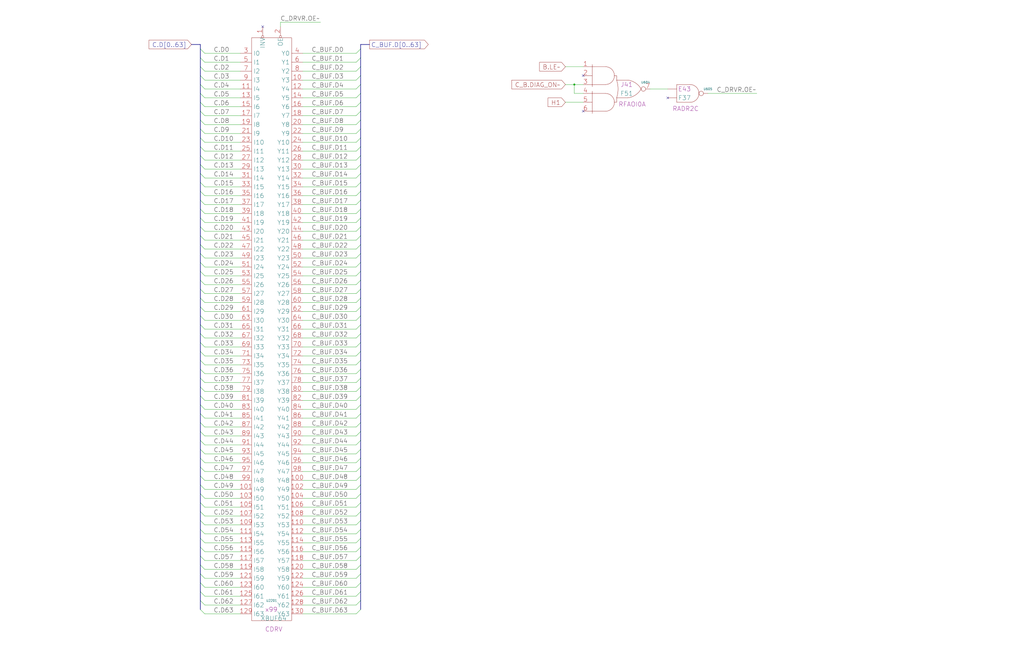
<source format=kicad_sch>
(kicad_sch (version 20230121) (generator eeschema)
  (paper "User" 584.2 378.46)
  (title_block (title "C BUS DRIVER") (date "15-MAR-90") (rev "1.0") (comment 1 "TYPE") (comment 2 "232-003062") (comment 3 "S400") (comment 4 "RELEASED"))
  (lib_symbols
    (symbol "r1000:F37" (pin_numbers hide) (pin_names (offset 0) hide)
      (property "Reference" "U" (at 15.24 0 0))
      (property "Value" "F37" (at 1.905 -5.08 0))
      (property "Location" "___" (at 1.905 0 0))
      (property "Name" "______" (at 2.54 -12.7 0))
      (symbol "F37_0_1"
        (polyline (pts (xy -2.54 -7.62) (xy 5.08 -7.62)) (stroke (width 0.1524)))
        (polyline (pts (xy -2.54 2.54) (xy -2.54 -7.62)) (stroke (width 0.1524)))
        (polyline (pts (xy -2.54 2.54) (xy 5.08 2.54)) (stroke (width 0.1524)))
        (arc (start 5.08 -7.62) (mid 10.1282 -2.54) (end 5.08 2.54) (stroke (width 0.1524)))
        (circle (center 11.43 -2.54) (radius 1.27) (stroke (width 0.1524)))
      )
      (symbol "F37_0_2"
        (circle (center -3.81 -5.08) (radius 1.27) (stroke (width 0.1524)))
        (circle (center -3.81 0) (radius 1.27) (stroke (width 0.1524)))
        (arc (start -3.175 -7.62) (mid -2.134 -2.54) (end -3.175 2.54) (stroke (width 0.1524)))
        (polyline (pts (xy -3.175 -7.62) (xy 3.81 -7.62)) (stroke (width 0.1524)))
        (polyline (pts (xy -3.175 2.54) (xy 3.81 2.54)) (stroke (width 0.1524)))
        (arc (start 3.81 -7.62) (mid 7.5855 -5.8306) (end 10.16 -2.54) (stroke (width 0.1524)))
        (arc (start 10.16 -2.54) (mid 7.5827 0.7471) (end 3.81 2.54) (stroke (width 0.1524)))
      )
      (symbol "F37_1_1"
        (pin input line (at -7.62 0 0) (length 5.08) (name "D0") (number "1"))
        (pin input line (at -7.62 -5.08 0) (length 5.08) (name "D1") (number "2"))
        (pin output line (at 15.24 -2.54 180) (length 2.54) (name "Q") (number "3"))
      )
      (symbol "F37_1_2"
        (pin input line (at -7.62 0 0) (length 2.54) (name "D0") (number "1"))
        (pin input line (at -7.62 -5.08 0) (length 2.54) (name "D1") (number "2"))
        (pin output line (at 15.24 -2.54 180) (length 5.08) (name "Q") (number "3"))
      )
    )
    (symbol "r1000:F51" (pin_names hide)
      (property "Reference" "U" (at 12.7 1.27 0))
      (property "Value" "F51" (at 1.905 -5.08 0))
      (property "Location" "___" (at 1.905 0 0))
      (property "Name" "______" (at 5.08 -12.7 0))
      (symbol "F51_0_0"
        (arc (start -10.16 -15.24) (mid -6.5679 -13.7521) (end -5.08 -10.16) (stroke (width 0.1524)))
        (arc (start -10.16 0) (mid -6.5679 1.4879) (end -5.08 5.08) (stroke (width 0.1524)))
        (arc (start -5.08 -10.16) (mid -6.5679 -6.5679) (end -10.16 -5.08) (stroke (width 0.1524)))
        (arc (start -5.08 5.08) (mid -6.5679 8.6721) (end -10.16 10.16) (stroke (width 0.1524)))
        (arc (start -3.8173 -7.62) (mid -2.9926 -2.54) (end -3.8173 2.54) (stroke (width 0.1524)))
        (polyline (pts (xy -20.32 -15.24) (xy -17.78 -15.24)) (stroke (width 0.1524)))
        (polyline (pts (xy -20.32 -10.16) (xy -17.78 -10.16)) (stroke (width 0.1524)))
        (polyline (pts (xy -20.32 -5.08) (xy -17.78 -5.08)) (stroke (width 0.1524)))
        (polyline (pts (xy -20.32 0) (xy -17.78 0)) (stroke (width 0.1524)))
        (polyline (pts (xy -20.32 5.08) (xy -17.78 5.08)) (stroke (width 0.1524)))
        (polyline (pts (xy -20.32 10.16) (xy -17.78 10.16)) (stroke (width 0.1524)))
        (polyline (pts (xy -17.78 -3.81) (xy -17.78 -16.51)) (stroke (width 0.1524)))
        (polyline (pts (xy -17.78 11.43) (xy -17.78 -1.27)) (stroke (width 0.1524)))
        (polyline (pts (xy -10.16 -15.24) (xy -17.78 -15.24)) (stroke (width 0.1524)))
        (polyline (pts (xy -10.16 -5.08) (xy -17.78 -5.08)) (stroke (width 0.1524)))
        (polyline (pts (xy -10.16 0) (xy -17.78 0)) (stroke (width 0.1524)))
        (polyline (pts (xy -10.16 10.16) (xy -17.78 10.16)) (stroke (width 0.1524)))
        (polyline (pts (xy -3.81 -7.62) (xy 2.54 -7.62)) (stroke (width 0.1524)))
        (polyline (pts (xy -3.81 2.54) (xy 2.54 2.54)) (stroke (width 0.1524)))
        (polyline (pts (xy -5.08 -10.16) (xy -3.81 -10.16) (xy -3.81 -7.62)) (stroke (width 0.1524)))
        (polyline (pts (xy -5.08 5.08) (xy -3.81 5.08) (xy -3.81 2.54)) (stroke (width 0.1524)))
        (arc (start 2.54 -7.62) (mid 6.9504 -5.9805) (end 10.16 -2.54) (stroke (width 0.1524)))
        (arc (start 10.16 -2.54) (mid 6.9516 0.9024) (end 2.54 2.54) (stroke (width 0.1524)))
        (circle (center 11.43 -2.54) (radius 1.27) (stroke (width 0.1524)))
      )
      (symbol "F51_1_1"
        (pin input line (at -22.86 10.16 0) (length 2.54) (name "A1") (number "1"))
        (pin input line (at -22.86 5.08 0) (length 2.54) (name "A2") (number "2"))
        (pin input line (at -22.86 0 0) (length 2.54) (name "A3") (number "3"))
        (pin input line (at -22.86 -5.08 0) (length 2.54) (name "B1") (number "4"))
        (pin input line (at -22.86 -10.16 0) (length 2.54) (name "B2") (number "5"))
        (pin input line (at -22.86 -15.24 0) (length 2.54) (name "B3") (number "6"))
        (pin output line (at 15.24 -2.54 180) (length 2.54) (name "Q") (number "7"))
      )
    )
    (symbol "r1000:XBUF64" (pin_names (offset 1.016))
      (property "Reference" "U" (at 2.54 5.08 0))
      (property "Value" "XBUF64" (at -3.81 -5.08 0))
      (property "Location" "___" (at -1.27 0 0))
      (property "Name" "______" (at 3.81 -12.7 0))
      (symbol "XBUF64_1_1"
        (rectangle (start -8.89 326.39) (end 13.97 -6.35))
        (circle (center -2.54 327.025) (radius 0.635))
        (circle (center 7.62 327.025) (radius 0.635))
        (pin input line (at -2.54 332.74 270) (length 5.08) (name "INV") (number "1"))
        (pin tri_state line (at 20.32 302.26 180) (length 6.35) (name "Y3") (number "10"))
        (pin tri_state line (at 20.32 73.66 180) (length 6.35) (name "Y48") (number "100"))
        (pin input line (at -15.24 68.58 0) (length 6.35) (name "I49") (number "101"))
        (pin tri_state line (at 20.32 68.58 180) (length 6.35) (name "Y49") (number "102"))
        (pin input line (at -15.24 63.5 0) (length 6.35) (name "I50") (number "103"))
        (pin tri_state line (at 20.32 63.5 180) (length 6.35) (name "Y50") (number "104"))
        (pin input line (at -15.24 58.42 0) (length 6.35) (name "I51") (number "105"))
        (pin tri_state line (at 20.32 58.42 180) (length 6.35) (name "Y51") (number "106"))
        (pin input line (at -15.24 53.34 0) (length 6.35) (name "I52") (number "107"))
        (pin tri_state line (at 20.32 53.34 180) (length 6.35) (name "Y52") (number "108"))
        (pin input line (at -15.24 48.26 0) (length 6.35) (name "I53") (number "109"))
        (pin input line (at -15.24 297.18 0) (length 6.35) (name "I4") (number "11"))
        (pin tri_state line (at 20.32 48.26 180) (length 6.35) (name "Y53") (number "110"))
        (pin input line (at -15.24 43.18 0) (length 6.35) (name "I54") (number "111"))
        (pin tri_state line (at 20.32 43.18 180) (length 6.35) (name "Y54") (number "112"))
        (pin input line (at -15.24 38.1 0) (length 6.35) (name "I55") (number "113"))
        (pin tri_state line (at 20.32 38.1 180) (length 6.35) (name "Y55") (number "114"))
        (pin input line (at -15.24 33.02 0) (length 6.35) (name "I56") (number "115"))
        (pin tri_state line (at 20.32 33.02 180) (length 6.35) (name "Y56") (number "116"))
        (pin input line (at -15.24 27.94 0) (length 6.35) (name "I57") (number "117"))
        (pin tri_state line (at 20.32 27.94 180) (length 6.35) (name "Y57") (number "118"))
        (pin input line (at -15.24 22.86 0) (length 6.35) (name "I58") (number "119"))
        (pin tri_state line (at 20.32 297.18 180) (length 6.35) (name "Y4") (number "12"))
        (pin tri_state line (at 20.32 22.86 180) (length 6.35) (name "Y58") (number "120"))
        (pin input line (at -15.24 17.78 0) (length 6.35) (name "I59") (number "121"))
        (pin tri_state line (at 20.32 17.78 180) (length 6.35) (name "Y59") (number "122"))
        (pin input line (at -15.24 12.7 0) (length 6.35) (name "I60") (number "123"))
        (pin tri_state line (at 20.32 12.7 180) (length 6.35) (name "Y60") (number "124"))
        (pin input line (at -15.24 7.62 0) (length 6.35) (name "I61") (number "125"))
        (pin tri_state line (at 20.32 7.62 180) (length 6.35) (name "Y61") (number "126"))
        (pin input line (at -15.24 2.54 0) (length 6.35) (name "I62") (number "127"))
        (pin tri_state line (at 20.32 2.54 180) (length 6.35) (name "Y62") (number "128"))
        (pin input line (at -15.24 -2.54 0) (length 6.35) (name "I63") (number "129"))
        (pin input line (at -15.24 292.1 0) (length 6.35) (name "I5") (number "13"))
        (pin tri_state line (at 20.32 -2.54 180) (length 6.35) (name "Y63") (number "130"))
        (pin tri_state line (at 20.32 292.1 180) (length 6.35) (name "Y5") (number "14"))
        (pin input line (at -15.24 287.02 0) (length 6.35) (name "I6") (number "15"))
        (pin tri_state line (at 20.32 287.02 180) (length 6.35) (name "Y6") (number "16"))
        (pin input line (at -15.24 281.94 0) (length 6.35) (name "I7") (number "17"))
        (pin tri_state line (at 20.32 281.94 180) (length 6.35) (name "Y7") (number "18"))
        (pin input line (at -15.24 276.86 0) (length 6.35) (name "I8") (number "19"))
        (pin input line (at 7.62 332.74 270) (length 5.08) (name "OE") (number "2"))
        (pin tri_state line (at 20.32 276.86 180) (length 6.35) (name "Y8") (number "20"))
        (pin input line (at -15.24 271.78 0) (length 6.35) (name "I9") (number "21"))
        (pin tri_state line (at 20.32 271.78 180) (length 6.35) (name "Y9") (number "22"))
        (pin input line (at -15.24 266.7 0) (length 6.35) (name "I10") (number "23"))
        (pin tri_state line (at 20.32 266.7 180) (length 6.35) (name "Y10") (number "24"))
        (pin input line (at -15.24 261.62 0) (length 6.35) (name "I11") (number "25"))
        (pin tri_state line (at 20.32 261.62 180) (length 6.35) (name "Y11") (number "26"))
        (pin input line (at -15.24 256.54 0) (length 6.35) (name "I12") (number "27"))
        (pin tri_state line (at 20.32 256.54 180) (length 6.35) (name "Y12") (number "28"))
        (pin input line (at -15.24 251.46 0) (length 6.35) (name "I13") (number "29"))
        (pin input line (at -15.24 317.5 0) (length 6.35) (name "I0") (number "3"))
        (pin tri_state line (at 20.32 251.46 180) (length 6.35) (name "Y13") (number "30"))
        (pin input line (at -15.24 246.38 0) (length 6.35) (name "I14") (number "31"))
        (pin tri_state line (at 20.32 246.38 180) (length 6.35) (name "Y14") (number "32"))
        (pin input line (at -15.24 241.3 0) (length 6.35) (name "I15") (number "33"))
        (pin tri_state line (at 20.32 241.3 180) (length 6.35) (name "Y15") (number "34"))
        (pin input line (at -15.24 236.22 0) (length 6.35) (name "I16") (number "35"))
        (pin tri_state line (at 20.32 236.22 180) (length 6.35) (name "Y16") (number "36"))
        (pin input line (at -15.24 231.14 0) (length 6.35) (name "I17") (number "37"))
        (pin tri_state line (at 20.32 231.14 180) (length 6.35) (name "Y17") (number "38"))
        (pin input line (at -15.24 226.06 0) (length 6.35) (name "I18") (number "39"))
        (pin tri_state line (at 20.32 317.5 180) (length 6.35) (name "Y0") (number "4"))
        (pin tri_state line (at 20.32 226.06 180) (length 6.35) (name "Y18") (number "40"))
        (pin input line (at -15.24 220.98 0) (length 6.35) (name "I19") (number "41"))
        (pin tri_state line (at 20.32 220.98 180) (length 6.35) (name "Y19") (number "42"))
        (pin input line (at -15.24 215.9 0) (length 6.35) (name "I20") (number "43"))
        (pin tri_state line (at 20.32 215.9 180) (length 6.35) (name "Y20") (number "44"))
        (pin input line (at -15.24 210.82 0) (length 6.35) (name "I21") (number "45"))
        (pin tri_state line (at 20.32 210.82 180) (length 6.35) (name "Y21") (number "46"))
        (pin input line (at -15.24 205.74 0) (length 6.35) (name "I22") (number "47"))
        (pin tri_state line (at 20.32 205.74 180) (length 6.35) (name "Y22") (number "48"))
        (pin input line (at -15.24 200.66 0) (length 6.35) (name "I23") (number "49"))
        (pin input line (at -15.24 312.42 0) (length 6.35) (name "I1") (number "5"))
        (pin tri_state line (at 20.32 200.66 180) (length 6.35) (name "Y23") (number "50"))
        (pin input line (at -15.24 195.58 0) (length 6.35) (name "I24") (number "51"))
        (pin tri_state line (at 20.32 195.58 180) (length 6.35) (name "Y24") (number "52"))
        (pin input line (at -15.24 190.5 0) (length 6.35) (name "I25") (number "53"))
        (pin tri_state line (at 20.32 190.5 180) (length 6.35) (name "Y25") (number "54"))
        (pin input line (at -15.24 185.42 0) (length 6.35) (name "I26") (number "55"))
        (pin tri_state line (at 20.32 185.42 180) (length 6.35) (name "Y26") (number "56"))
        (pin input line (at -15.24 180.34 0) (length 6.35) (name "I27") (number "57"))
        (pin tri_state line (at 20.32 180.34 180) (length 6.35) (name "Y27") (number "58"))
        (pin input line (at -15.24 175.26 0) (length 6.35) (name "I28") (number "59"))
        (pin tri_state line (at 20.32 312.42 180) (length 6.35) (name "Y1") (number "6"))
        (pin tri_state line (at 20.32 175.26 180) (length 6.35) (name "Y28") (number "60"))
        (pin input line (at -15.24 170.18 0) (length 6.35) (name "I29") (number "61"))
        (pin tri_state line (at 20.32 170.18 180) (length 6.35) (name "Y29") (number "62"))
        (pin input line (at -15.24 165.1 0) (length 6.35) (name "I30") (number "63"))
        (pin tri_state line (at 20.32 165.1 180) (length 6.35) (name "Y30") (number "64"))
        (pin input line (at -15.24 160.02 0) (length 6.35) (name "I31") (number "65"))
        (pin tri_state line (at 20.32 160.02 180) (length 6.35) (name "Y31") (number "66"))
        (pin input line (at -15.24 154.94 0) (length 6.35) (name "I32") (number "67"))
        (pin tri_state line (at 20.32 154.94 180) (length 6.35) (name "Y32") (number "68"))
        (pin input line (at -15.24 149.86 0) (length 6.35) (name "I33") (number "69"))
        (pin input line (at -15.24 307.34 0) (length 6.35) (name "I2") (number "7"))
        (pin tri_state line (at 20.32 149.86 180) (length 6.35) (name "Y33") (number "70"))
        (pin input line (at -15.24 144.78 0) (length 6.35) (name "I34") (number "71"))
        (pin tri_state line (at 20.32 144.78 180) (length 6.35) (name "Y34") (number "72"))
        (pin input line (at -15.24 139.7 0) (length 6.35) (name "I35") (number "73"))
        (pin tri_state line (at 20.32 139.7 180) (length 6.35) (name "Y35") (number "74"))
        (pin input line (at -15.24 134.62 0) (length 6.35) (name "I36") (number "75"))
        (pin tri_state line (at 20.32 134.62 180) (length 6.35) (name "Y36") (number "76"))
        (pin input line (at -15.24 129.54 0) (length 6.35) (name "I37") (number "77"))
        (pin tri_state line (at 20.32 129.54 180) (length 6.35) (name "Y37") (number "78"))
        (pin input line (at -15.24 124.46 0) (length 6.35) (name "I38") (number "79"))
        (pin tri_state line (at 20.32 307.34 180) (length 6.35) (name "Y2") (number "8"))
        (pin tri_state line (at 20.32 124.46 180) (length 6.35) (name "Y38") (number "80"))
        (pin input line (at -15.24 119.38 0) (length 6.35) (name "I39") (number "81"))
        (pin tri_state line (at 20.32 119.38 180) (length 6.35) (name "Y39") (number "82"))
        (pin input line (at -15.24 114.3 0) (length 6.35) (name "I40") (number "83"))
        (pin tri_state line (at 20.32 114.3 180) (length 6.35) (name "Y40") (number "84"))
        (pin input line (at -15.24 109.22 0) (length 6.35) (name "I41") (number "85"))
        (pin tri_state line (at 20.32 109.22 180) (length 6.35) (name "Y41") (number "86"))
        (pin input line (at -15.24 104.14 0) (length 6.35) (name "I42") (number "87"))
        (pin tri_state line (at 20.32 104.14 180) (length 6.35) (name "Y42") (number "88"))
        (pin input line (at -15.24 99.06 0) (length 6.35) (name "I43") (number "89"))
        (pin input line (at -15.24 302.26 0) (length 6.35) (name "I3") (number "9"))
        (pin tri_state line (at 20.32 99.06 180) (length 6.35) (name "Y43") (number "90"))
        (pin input line (at -15.24 93.98 0) (length 6.35) (name "I44") (number "91"))
        (pin tri_state line (at 20.32 93.98 180) (length 6.35) (name "Y44") (number "92"))
        (pin input line (at -15.24 88.9 0) (length 6.35) (name "I45") (number "93"))
        (pin tri_state line (at 20.32 88.9 180) (length 6.35) (name "Y45") (number "94"))
        (pin input line (at -15.24 83.82 0) (length 6.35) (name "I46") (number "95"))
        (pin tri_state line (at 20.32 83.82 180) (length 6.35) (name "Y46") (number "96"))
        (pin input line (at -15.24 78.74 0) (length 6.35) (name "I47") (number "97"))
        (pin tri_state line (at 20.32 78.74 180) (length 6.35) (name "Y47") (number "98"))
        (pin input line (at -15.24 73.66 0) (length 6.35) (name "I48") (number "99"))
      )
    )
  )
  (junction (at 327.66 48.26))
  (no_connect (at 149.86 15.24))
  (no_connect (at 332.74 63.5))
  (no_connect (at 332.74 43.18))
  (no_connect (at 381 55.88))
  (bus_entry (at 205.74 246.38) (size -2.54 2.54))
  (bus_entry (at 205.74 322.58) (size -2.54 2.54))
  (bus_entry (at 205.74 317.5) (size -2.54 2.54))
  (bus_entry (at 114.3 332.74) (size 2.54 2.54))
  (bus_entry (at 205.74 134.62) (size -2.54 2.54))
  (bus_entry (at 205.74 261.62) (size -2.54 2.54))
  (bus_entry (at 114.3 68.58) (size 2.54 2.54))
  (bus_entry (at 114.3 241.3) (size 2.54 2.54))
  (bus_entry (at 205.74 241.3) (size -2.54 2.54))
  (bus_entry (at 205.74 292.1) (size -2.54 2.54))
  (bus_entry (at 205.74 281.94) (size -2.54 2.54))
  (bus_entry (at 114.3 190.5) (size 2.54 2.54))
  (bus_entry (at 114.3 200.66) (size 2.54 2.54))
  (bus_entry (at 114.3 185.42) (size 2.54 2.54))
  (bus_entry (at 114.3 322.58) (size 2.54 2.54))
  (bus_entry (at 205.74 144.78) (size -2.54 2.54))
  (bus_entry (at 205.74 99.06) (size -2.54 2.54))
  (bus_entry (at 114.3 78.74) (size 2.54 2.54))
  (bus_entry (at 205.74 180.34) (size -2.54 2.54))
  (bus_entry (at 205.74 210.82) (size -2.54 2.54))
  (bus_entry (at 114.3 27.94) (size 2.54 2.54))
  (bus_entry (at 114.3 276.86) (size 2.54 2.54))
  (bus_entry (at 114.3 43.18) (size 2.54 2.54))
  (bus_entry (at 205.74 68.58) (size -2.54 2.54))
  (bus_entry (at 114.3 180.34) (size 2.54 2.54))
  (bus_entry (at 205.74 154.94) (size -2.54 2.54))
  (bus_entry (at 205.74 342.9) (size -2.54 2.54))
  (bus_entry (at 114.3 160.02) (size 2.54 2.54))
  (bus_entry (at 205.74 160.02) (size -2.54 2.54))
  (bus_entry (at 205.74 307.34) (size -2.54 2.54))
  (bus_entry (at 114.3 33.02) (size 2.54 2.54))
  (bus_entry (at 114.3 88.9) (size 2.54 2.54))
  (bus_entry (at 205.74 83.82) (size -2.54 2.54))
  (bus_entry (at 205.74 48.26) (size -2.54 2.54))
  (bus_entry (at 205.74 266.7) (size -2.54 2.54))
  (bus_entry (at 205.74 271.78) (size -2.54 2.54))
  (bus_entry (at 205.74 200.66) (size -2.54 2.54))
  (bus_entry (at 205.74 139.7) (size -2.54 2.54))
  (bus_entry (at 114.3 93.98) (size 2.54 2.54))
  (bus_entry (at 205.74 93.98) (size -2.54 2.54))
  (bus_entry (at 114.3 205.74) (size 2.54 2.54))
  (bus_entry (at 114.3 134.62) (size 2.54 2.54))
  (bus_entry (at 205.74 287.02) (size -2.54 2.54))
  (bus_entry (at 205.74 170.18) (size -2.54 2.54))
  (bus_entry (at 114.3 114.3) (size 2.54 2.54))
  (bus_entry (at 205.74 63.5) (size -2.54 2.54))
  (bus_entry (at 205.74 73.66) (size -2.54 2.54))
  (bus_entry (at 114.3 129.54) (size 2.54 2.54))
  (bus_entry (at 205.74 256.54) (size -2.54 2.54))
  (bus_entry (at 205.74 226.06) (size -2.54 2.54))
  (bus_entry (at 205.74 205.74) (size -2.54 2.54))
  (bus_entry (at 114.3 246.38) (size 2.54 2.54))
  (bus_entry (at 114.3 312.42) (size 2.54 2.54))
  (bus_entry (at 205.74 165.1) (size -2.54 2.54))
  (bus_entry (at 114.3 256.54) (size 2.54 2.54))
  (bus_entry (at 114.3 53.34) (size 2.54 2.54))
  (bus_entry (at 114.3 210.82) (size 2.54 2.54))
  (bus_entry (at 205.74 43.18) (size -2.54 2.54))
  (bus_entry (at 114.3 144.78) (size 2.54 2.54))
  (bus_entry (at 114.3 104.14) (size 2.54 2.54))
  (bus_entry (at 205.74 38.1) (size -2.54 2.54))
  (bus_entry (at 114.3 215.9) (size 2.54 2.54))
  (bus_entry (at 205.74 327.66) (size -2.54 2.54))
  (bus_entry (at 205.74 220.98) (size -2.54 2.54))
  (bus_entry (at 205.74 251.46) (size -2.54 2.54))
  (bus_entry (at 114.3 317.5) (size 2.54 2.54))
  (bus_entry (at 114.3 236.22) (size 2.54 2.54))
  (bus_entry (at 114.3 231.14) (size 2.54 2.54))
  (bus_entry (at 114.3 307.34) (size 2.54 2.54))
  (bus_entry (at 205.74 104.14) (size -2.54 2.54))
  (bus_entry (at 114.3 73.66) (size 2.54 2.54))
  (bus_entry (at 114.3 38.1) (size 2.54 2.54))
  (bus_entry (at 114.3 195.58) (size 2.54 2.54))
  (bus_entry (at 114.3 58.42) (size 2.54 2.54))
  (bus_entry (at 114.3 342.9) (size 2.54 2.54))
  (bus_entry (at 114.3 83.82) (size 2.54 2.54))
  (bus_entry (at 205.74 27.94) (size -2.54 2.54))
  (bus_entry (at 205.74 337.82) (size -2.54 2.54))
  (bus_entry (at 114.3 175.26) (size 2.54 2.54))
  (bus_entry (at 205.74 185.42) (size -2.54 2.54))
  (bus_entry (at 205.74 195.58) (size -2.54 2.54))
  (bus_entry (at 114.3 327.66) (size 2.54 2.54))
  (bus_entry (at 114.3 109.22) (size 2.54 2.54))
  (bus_entry (at 114.3 251.46) (size 2.54 2.54))
  (bus_entry (at 205.74 231.14) (size -2.54 2.54))
  (bus_entry (at 114.3 220.98) (size 2.54 2.54))
  (bus_entry (at 205.74 312.42) (size -2.54 2.54))
  (bus_entry (at 114.3 119.38) (size 2.54 2.54))
  (bus_entry (at 205.74 297.18) (size -2.54 2.54))
  (bus_entry (at 205.74 88.9) (size -2.54 2.54))
  (bus_entry (at 114.3 170.18) (size 2.54 2.54))
  (bus_entry (at 114.3 63.5) (size 2.54 2.54))
  (bus_entry (at 205.74 215.9) (size -2.54 2.54))
  (bus_entry (at 114.3 165.1) (size 2.54 2.54))
  (bus_entry (at 205.74 119.38) (size -2.54 2.54))
  (bus_entry (at 114.3 226.06) (size 2.54 2.54))
  (bus_entry (at 205.74 149.86) (size -2.54 2.54))
  (bus_entry (at 205.74 236.22) (size -2.54 2.54))
  (bus_entry (at 205.74 332.74) (size -2.54 2.54))
  (bus_entry (at 114.3 99.06) (size 2.54 2.54))
  (bus_entry (at 205.74 347.98) (size -2.54 2.54))
  (bus_entry (at 114.3 302.26) (size 2.54 2.54))
  (bus_entry (at 114.3 347.98) (size 2.54 2.54))
  (bus_entry (at 114.3 266.7) (size 2.54 2.54))
  (bus_entry (at 114.3 154.94) (size 2.54 2.54))
  (bus_entry (at 114.3 149.86) (size 2.54 2.54))
  (bus_entry (at 114.3 297.18) (size 2.54 2.54))
  (bus_entry (at 114.3 287.02) (size 2.54 2.54))
  (bus_entry (at 205.74 58.42) (size -2.54 2.54))
  (bus_entry (at 205.74 190.5) (size -2.54 2.54))
  (bus_entry (at 205.74 114.3) (size -2.54 2.54))
  (bus_entry (at 205.74 175.26) (size -2.54 2.54))
  (bus_entry (at 205.74 124.46) (size -2.54 2.54))
  (bus_entry (at 114.3 271.78) (size 2.54 2.54))
  (bus_entry (at 114.3 292.1) (size 2.54 2.54))
  (bus_entry (at 114.3 48.26) (size 2.54 2.54))
  (bus_entry (at 114.3 139.7) (size 2.54 2.54))
  (bus_entry (at 114.3 261.62) (size 2.54 2.54))
  (bus_entry (at 205.74 109.22) (size -2.54 2.54))
  (bus_entry (at 114.3 337.82) (size 2.54 2.54))
  (bus_entry (at 205.74 78.74) (size -2.54 2.54))
  (bus_entry (at 205.74 302.26) (size -2.54 2.54))
  (bus_entry (at 114.3 124.46) (size 2.54 2.54))
  (bus_entry (at 205.74 276.86) (size -2.54 2.54))
  (bus_entry (at 114.3 281.94) (size 2.54 2.54))
  (bus_entry (at 205.74 53.34) (size -2.54 2.54))
  (bus_entry (at 205.74 33.02) (size -2.54 2.54))
  (bus_entry (at 205.74 129.54) (size -2.54 2.54))
  (bus (pts (xy 205.74 292.1) (xy 205.74 297.18)))
  (bus (pts (xy 114.3 154.94) (xy 114.3 160.02)))
  (wire (pts (xy 137.16 198.12) (xy 116.84 198.12)))
  (wire (pts (xy 370.84 50.8) (xy 381 50.8)))
  (bus (pts (xy 114.3 226.06) (xy 114.3 231.14)))
  (bus (pts (xy 114.3 251.46) (xy 114.3 256.54)))
  (wire (pts (xy 172.72 238.76) (xy 203.2 238.76)))
  (wire (pts (xy 137.16 162.56) (xy 116.84 162.56)))
  (bus (pts (xy 114.3 220.98) (xy 114.3 226.06)))
  (bus (pts (xy 205.74 78.74) (xy 205.74 83.82)))
  (bus (pts (xy 205.74 256.54) (xy 205.74 261.62)))
  (wire (pts (xy 137.16 121.92) (xy 116.84 121.92)))
  (wire (pts (xy 137.16 314.96) (xy 116.84 314.96)))
  (bus (pts (xy 205.74 109.22) (xy 205.74 114.3)))
  (bus (pts (xy 205.74 165.1) (xy 205.74 170.18)))
  (wire (pts (xy 172.72 127) (xy 203.2 127)))
  (wire (pts (xy 172.72 279.4) (xy 203.2 279.4)))
  (bus (pts (xy 114.3 43.18) (xy 114.3 48.26)))
  (bus (pts (xy 205.74 210.82) (xy 205.74 215.9)))
  (bus (pts (xy 114.3 129.54) (xy 114.3 134.62)))
  (bus (pts (xy 205.74 236.22) (xy 205.74 241.3)))
  (wire (pts (xy 137.16 274.32) (xy 116.84 274.32)))
  (wire (pts (xy 327.66 53.34) (xy 332.74 53.34)))
  (bus (pts (xy 205.74 63.5) (xy 205.74 68.58)))
  (wire (pts (xy 172.72 142.24) (xy 203.2 142.24)))
  (bus (pts (xy 114.3 271.78) (xy 114.3 276.86)))
  (bus (pts (xy 114.3 124.46) (xy 114.3 129.54)))
  (wire (pts (xy 137.16 259.08) (xy 116.84 259.08)))
  (bus (pts (xy 205.74 160.02) (xy 205.74 165.1)))
  (bus (pts (xy 114.3 312.42) (xy 114.3 317.5)))
  (wire (pts (xy 137.16 152.4) (xy 116.84 152.4)))
  (bus (pts (xy 205.74 195.58) (xy 205.74 200.66)))
  (wire (pts (xy 172.72 182.88) (xy 203.2 182.88)))
  (wire (pts (xy 137.16 157.48) (xy 116.84 157.48)))
  (bus (pts (xy 205.74 205.74) (xy 205.74 210.82)))
  (wire (pts (xy 137.16 86.36) (xy 116.84 86.36)))
  (bus (pts (xy 205.74 337.82) (xy 205.74 342.9)))
  (bus (pts (xy 205.74 114.3) (xy 205.74 119.38)))
  (bus (pts (xy 205.74 38.1) (xy 205.74 43.18)))
  (bus (pts (xy 114.3 256.54) (xy 114.3 261.62)))
  (bus (pts (xy 114.3 205.74) (xy 114.3 210.82)))
  (wire (pts (xy 137.16 248.92) (xy 116.84 248.92)))
  (bus (pts (xy 114.3 185.42) (xy 114.3 190.5)))
  (wire (pts (xy 137.16 269.24) (xy 116.84 269.24)))
  (wire (pts (xy 137.16 223.52) (xy 116.84 223.52)))
  (bus (pts (xy 114.3 165.1) (xy 114.3 170.18)))
  (bus (pts (xy 205.74 68.58) (xy 205.74 73.66)))
  (bus (pts (xy 205.74 185.42) (xy 205.74 190.5)))
  (bus (pts (xy 114.3 337.82) (xy 114.3 342.9)))
  (wire (pts (xy 137.16 213.36) (xy 116.84 213.36)))
  (wire (pts (xy 172.72 259.08) (xy 203.2 259.08)))
  (bus (pts (xy 114.3 292.1) (xy 114.3 297.18)))
  (wire (pts (xy 137.16 172.72) (xy 116.84 172.72)))
  (bus (pts (xy 205.74 25.4) (xy 205.74 27.94)))
  (wire (pts (xy 172.72 309.88) (xy 203.2 309.88)))
  (wire (pts (xy 172.72 243.84) (xy 203.2 243.84)))
  (wire (pts (xy 137.16 345.44) (xy 116.84 345.44)))
  (bus (pts (xy 114.3 332.74) (xy 114.3 337.82)))
  (wire (pts (xy 137.16 228.6) (xy 116.84 228.6)))
  (wire (pts (xy 172.72 233.68) (xy 203.2 233.68)))
  (wire (pts (xy 172.72 157.48) (xy 203.2 157.48)))
  (bus (pts (xy 205.74 129.54) (xy 205.74 134.62)))
  (bus (pts (xy 205.74 139.7) (xy 205.74 144.78)))
  (bus (pts (xy 205.74 33.02) (xy 205.74 38.1)))
  (wire (pts (xy 172.72 193.04) (xy 203.2 193.04)))
  (wire (pts (xy 172.72 325.12) (xy 203.2 325.12)))
  (wire (pts (xy 137.16 45.72) (xy 116.84 45.72)))
  (bus (pts (xy 114.3 342.9) (xy 114.3 347.98)))
  (wire (pts (xy 172.72 40.64) (xy 203.2 40.64)))
  (bus (pts (xy 205.74 215.9) (xy 205.74 220.98)))
  (bus (pts (xy 205.74 175.26) (xy 205.74 180.34)))
  (bus (pts (xy 205.74 124.46) (xy 205.74 129.54)))
  (bus (pts (xy 114.3 210.82) (xy 114.3 215.9)))
  (wire (pts (xy 172.72 198.12) (xy 203.2 198.12)))
  (wire (pts (xy 172.72 50.8) (xy 203.2 50.8)))
  (bus (pts (xy 114.3 200.66) (xy 114.3 205.74)))
  (wire (pts (xy 172.72 101.6) (xy 203.2 101.6)))
  (bus (pts (xy 205.74 93.98) (xy 205.74 99.06)))
  (bus (pts (xy 114.3 149.86) (xy 114.3 154.94)))
  (wire (pts (xy 172.72 111.76) (xy 203.2 111.76)))
  (bus (pts (xy 205.74 266.7) (xy 205.74 271.78)))
  (wire (pts (xy 172.72 330.2) (xy 203.2 330.2)))
  (wire (pts (xy 172.72 162.56) (xy 203.2 162.56)))
  (bus (pts (xy 114.3 231.14) (xy 114.3 236.22)))
  (wire (pts (xy 137.16 40.64) (xy 116.84 40.64)))
  (bus (pts (xy 205.74 200.66) (xy 205.74 205.74)))
  (bus (pts (xy 205.74 332.74) (xy 205.74 337.82)))
  (wire (pts (xy 137.16 299.72) (xy 116.84 299.72)))
  (wire (pts (xy 137.16 320.04) (xy 116.84 320.04)))
  (wire (pts (xy 327.66 48.26) (xy 332.74 48.26)))
  (wire (pts (xy 172.72 345.44) (xy 203.2 345.44)))
  (wire (pts (xy 137.16 279.4) (xy 116.84 279.4)))
  (bus (pts (xy 205.74 317.5) (xy 205.74 322.58)))
  (wire (pts (xy 137.16 91.44) (xy 116.84 91.44)))
  (bus (pts (xy 114.3 88.9) (xy 114.3 93.98)))
  (wire (pts (xy 172.72 81.28) (xy 203.2 81.28)))
  (bus (pts (xy 205.74 119.38) (xy 205.74 124.46)))
  (wire (pts (xy 172.72 121.92) (xy 203.2 121.92)))
  (wire (pts (xy 172.72 106.68) (xy 203.2 106.68)))
  (bus (pts (xy 114.3 78.74) (xy 114.3 83.82)))
  (wire (pts (xy 172.72 269.24) (xy 203.2 269.24)))
  (wire (pts (xy 137.16 289.56) (xy 116.84 289.56)))
  (wire (pts (xy 137.16 142.24) (xy 116.84 142.24)))
  (bus (pts (xy 205.74 322.58) (xy 205.74 327.66)))
  (bus (pts (xy 205.74 104.14) (xy 205.74 109.22)))
  (bus (pts (xy 114.3 317.5) (xy 114.3 322.58)))
  (wire (pts (xy 137.16 340.36) (xy 116.84 340.36)))
  (wire (pts (xy 137.16 137.16) (xy 116.84 137.16)))
  (bus (pts (xy 114.3 83.82) (xy 114.3 88.9)))
  (wire (pts (xy 137.16 35.56) (xy 116.84 35.56)))
  (wire (pts (xy 172.72 228.6) (xy 203.2 228.6)))
  (wire (pts (xy 137.16 350.52) (xy 116.84 350.52)))
  (wire (pts (xy 172.72 335.28) (xy 203.2 335.28)))
  (bus (pts (xy 114.3 322.58) (xy 114.3 327.66)))
  (wire (pts (xy 172.72 96.52) (xy 203.2 96.52)))
  (wire (pts (xy 172.72 213.36) (xy 203.2 213.36)))
  (bus (pts (xy 114.3 58.42) (xy 114.3 63.5)))
  (wire (pts (xy 172.72 147.32) (xy 203.2 147.32)))
  (wire (pts (xy 327.66 48.26) (xy 327.66 53.34)))
  (wire (pts (xy 172.72 264.16) (xy 203.2 264.16)))
  (bus (pts (xy 114.3 236.22) (xy 114.3 241.3)))
  (bus (pts (xy 114.3 170.18) (xy 114.3 175.26)))
  (bus (pts (xy 114.3 48.26) (xy 114.3 53.34)))
  (wire (pts (xy 172.72 274.32) (xy 203.2 274.32)))
  (bus (pts (xy 205.74 220.98) (xy 205.74 226.06)))
  (wire (pts (xy 172.72 299.72) (xy 203.2 299.72)))
  (bus (pts (xy 205.74 190.5) (xy 205.74 195.58)))
  (wire (pts (xy 137.16 147.32) (xy 116.84 147.32)))
  (bus (pts (xy 114.3 63.5) (xy 114.3 68.58)))
  (wire (pts (xy 172.72 71.12) (xy 203.2 71.12)))
  (bus (pts (xy 114.3 261.62) (xy 114.3 266.7)))
  (bus (pts (xy 205.74 302.26) (xy 205.74 307.34)))
  (bus (pts (xy 114.3 215.9) (xy 114.3 220.98)))
  (wire (pts (xy 137.16 243.84) (xy 116.84 243.84)))
  (bus (pts (xy 205.74 83.82) (xy 205.74 88.9)))
  (wire (pts (xy 137.16 50.8) (xy 116.84 50.8)))
  (wire (pts (xy 160.02 12.7) (xy 160.02 15.24)))
  (wire (pts (xy 172.72 167.64) (xy 203.2 167.64)))
  (wire (pts (xy 137.16 127) (xy 116.84 127)))
  (bus (pts (xy 114.3 114.3) (xy 114.3 119.38)))
  (wire (pts (xy 160.02 12.7) (xy 182.88 12.7)))
  (bus (pts (xy 114.3 27.94) (xy 114.3 33.02)))
  (bus (pts (xy 205.74 27.94) (xy 205.74 33.02)))
  (bus (pts (xy 114.3 93.98) (xy 114.3 99.06)))
  (wire (pts (xy 137.16 284.48) (xy 116.84 284.48)))
  (wire (pts (xy 172.72 91.44) (xy 203.2 91.44)))
  (bus (pts (xy 205.74 297.18) (xy 205.74 302.26)))
  (bus (pts (xy 114.3 180.34) (xy 114.3 185.42)))
  (bus (pts (xy 114.3 276.86) (xy 114.3 281.94)))
  (bus (pts (xy 114.3 297.18) (xy 114.3 302.26)))
  (wire (pts (xy 172.72 172.72) (xy 203.2 172.72)))
  (wire (pts (xy 172.72 152.4) (xy 203.2 152.4)))
  (bus (pts (xy 114.3 25.4) (xy 114.3 27.94)))
  (bus (pts (xy 205.74 251.46) (xy 205.74 256.54)))
  (wire (pts (xy 172.72 187.96) (xy 203.2 187.96)))
  (bus (pts (xy 114.3 195.58) (xy 114.3 200.66)))
  (wire (pts (xy 172.72 177.8) (xy 203.2 177.8)))
  (wire (pts (xy 172.72 304.8) (xy 203.2 304.8)))
  (wire (pts (xy 137.16 132.08) (xy 116.84 132.08)))
  (bus (pts (xy 205.74 281.94) (xy 205.74 287.02)))
  (wire (pts (xy 172.72 289.56) (xy 203.2 289.56)))
  (bus (pts (xy 114.3 104.14) (xy 114.3 109.22)))
  (bus (pts (xy 114.3 190.5) (xy 114.3 195.58)))
  (bus (pts (xy 205.74 149.86) (xy 205.74 154.94)))
  (bus (pts (xy 205.74 154.94) (xy 205.74 160.02)))
  (wire (pts (xy 137.16 203.2) (xy 116.84 203.2)))
  (wire (pts (xy 172.72 45.72) (xy 203.2 45.72)))
  (bus (pts (xy 114.3 33.02) (xy 114.3 38.1)))
  (wire (pts (xy 137.16 309.88) (xy 116.84 309.88)))
  (wire (pts (xy 137.16 81.28) (xy 116.84 81.28)))
  (wire (pts (xy 137.16 101.6) (xy 116.84 101.6)))
  (bus (pts (xy 205.74 88.9) (xy 205.74 93.98)))
  (bus (pts (xy 114.3 302.26) (xy 114.3 307.34)))
  (wire (pts (xy 137.16 66.04) (xy 116.84 66.04)))
  (bus (pts (xy 205.74 144.78) (xy 205.74 149.86)))
  (bus (pts (xy 114.3 68.58) (xy 114.3 73.66)))
  (bus (pts (xy 114.3 266.7) (xy 114.3 271.78)))
  (wire (pts (xy 137.16 325.12) (xy 116.84 325.12)))
  (wire (pts (xy 322.58 58.42) (xy 332.74 58.42)))
  (wire (pts (xy 172.72 218.44) (xy 203.2 218.44)))
  (wire (pts (xy 172.72 314.96) (xy 203.2 314.96)))
  (bus (pts (xy 114.3 109.22) (xy 114.3 114.3)))
  (bus (pts (xy 205.74 327.66) (xy 205.74 332.74)))
  (wire (pts (xy 403.86 53.34) (xy 431.8 53.34)))
  (bus (pts (xy 205.74 134.62) (xy 205.74 139.7)))
  (wire (pts (xy 172.72 55.88) (xy 203.2 55.88)))
  (wire (pts (xy 172.72 294.64) (xy 203.2 294.64)))
  (bus (pts (xy 205.74 246.38) (xy 205.74 251.46)))
  (bus (pts (xy 205.74 180.34) (xy 205.74 185.42)))
  (wire (pts (xy 137.16 187.96) (xy 116.84 187.96)))
  (wire (pts (xy 137.16 218.44) (xy 116.84 218.44)))
  (wire (pts (xy 172.72 30.48) (xy 203.2 30.48)))
  (bus (pts (xy 114.3 246.38) (xy 114.3 251.46)))
  (bus (pts (xy 114.3 119.38) (xy 114.3 124.46)))
  (bus (pts (xy 205.74 261.62) (xy 205.74 266.7)))
  (wire (pts (xy 172.72 35.56) (xy 203.2 35.56)))
  (wire (pts (xy 172.72 203.2) (xy 203.2 203.2)))
  (wire (pts (xy 137.16 208.28) (xy 116.84 208.28)))
  (wire (pts (xy 137.16 193.04) (xy 116.84 193.04)))
  (wire (pts (xy 172.72 116.84) (xy 203.2 116.84)))
  (wire (pts (xy 137.16 304.8) (xy 116.84 304.8)))
  (bus (pts (xy 114.3 175.26) (xy 114.3 180.34)))
  (wire (pts (xy 172.72 254) (xy 203.2 254)))
  (wire (pts (xy 137.16 294.64) (xy 116.84 294.64)))
  (wire (pts (xy 137.16 264.16) (xy 116.84 264.16)))
  (wire (pts (xy 172.72 137.16) (xy 203.2 137.16)))
  (bus (pts (xy 205.74 226.06) (xy 205.74 231.14)))
  (wire (pts (xy 172.72 60.96) (xy 203.2 60.96)))
  (bus (pts (xy 205.74 231.14) (xy 205.74 236.22)))
  (bus (pts (xy 205.74 53.34) (xy 205.74 58.42)))
  (bus (pts (xy 205.74 312.42) (xy 205.74 317.5)))
  (wire (pts (xy 137.16 116.84) (xy 116.84 116.84)))
  (wire (pts (xy 172.72 66.04) (xy 203.2 66.04)))
  (wire (pts (xy 137.16 76.2) (xy 116.84 76.2)))
  (bus (pts (xy 210.82 25.4) (xy 205.74 25.4)))
  (wire (pts (xy 172.72 86.36) (xy 203.2 86.36)))
  (wire (pts (xy 172.72 223.52) (xy 203.2 223.52)))
  (wire (pts (xy 137.16 233.68) (xy 116.84 233.68)))
  (bus (pts (xy 109.22 25.4) (xy 114.3 25.4)))
  (wire (pts (xy 137.16 71.12) (xy 116.84 71.12)))
  (wire (pts (xy 137.16 335.28) (xy 116.84 335.28)))
  (wire (pts (xy 172.72 132.08) (xy 203.2 132.08)))
  (bus (pts (xy 205.74 73.66) (xy 205.74 78.74)))
  (bus (pts (xy 205.74 271.78) (xy 205.74 276.86)))
  (wire (pts (xy 172.72 208.28) (xy 203.2 208.28)))
  (wire (pts (xy 172.72 76.2) (xy 203.2 76.2)))
  (bus (pts (xy 114.3 139.7) (xy 114.3 144.78)))
  (bus (pts (xy 114.3 134.62) (xy 114.3 139.7)))
  (wire (pts (xy 137.16 182.88) (xy 116.84 182.88)))
  (bus (pts (xy 205.74 342.9) (xy 205.74 347.98)))
  (wire (pts (xy 137.16 96.52) (xy 116.84 96.52)))
  (bus (pts (xy 114.3 281.94) (xy 114.3 287.02)))
  (wire (pts (xy 172.72 340.36) (xy 203.2 340.36)))
  (wire (pts (xy 332.74 38.1) (xy 322.58 38.1)))
  (bus (pts (xy 205.74 287.02) (xy 205.74 292.1)))
  (wire (pts (xy 172.72 284.48) (xy 203.2 284.48)))
  (bus (pts (xy 114.3 327.66) (xy 114.3 332.74)))
  (bus (pts (xy 114.3 38.1) (xy 114.3 43.18)))
  (bus (pts (xy 114.3 144.78) (xy 114.3 149.86)))
  (bus (pts (xy 205.74 307.34) (xy 205.74 312.42)))
  (bus (pts (xy 114.3 241.3) (xy 114.3 246.38)))
  (bus (pts (xy 114.3 73.66) (xy 114.3 78.74)))
  (wire (pts (xy 137.16 111.76) (xy 116.84 111.76)))
  (wire (pts (xy 137.16 60.96) (xy 116.84 60.96)))
  (wire (pts (xy 137.16 177.8) (xy 116.84 177.8)))
  (bus (pts (xy 114.3 160.02) (xy 114.3 165.1)))
  (wire (pts (xy 137.16 106.68) (xy 116.84 106.68)))
  (bus (pts (xy 205.74 170.18) (xy 205.74 175.26)))
  (wire (pts (xy 322.58 48.26) (xy 327.66 48.26)))
  (wire (pts (xy 137.16 55.88) (xy 116.84 55.88)))
  (wire (pts (xy 137.16 254) (xy 116.84 254)))
  (wire (pts (xy 137.16 330.2) (xy 116.84 330.2)))
  (wire (pts (xy 137.16 238.76) (xy 116.84 238.76)))
  (bus (pts (xy 114.3 53.34) (xy 114.3 58.42)))
  (wire (pts (xy 137.16 167.64) (xy 116.84 167.64)))
  (bus (pts (xy 114.3 307.34) (xy 114.3 312.42)))
  (bus (pts (xy 205.74 58.42) (xy 205.74 63.5)))
  (bus (pts (xy 205.74 99.06) (xy 205.74 104.14)))
  (wire (pts (xy 172.72 248.92) (xy 203.2 248.92)))
  (wire (pts (xy 172.72 350.52) (xy 203.2 350.52)))
  (bus (pts (xy 205.74 241.3) (xy 205.74 246.38)))
  (bus (pts (xy 205.74 276.86) (xy 205.74 281.94)))
  (bus (pts (xy 114.3 287.02) (xy 114.3 292.1)))
  (wire (pts (xy 137.16 30.48) (xy 116.84 30.48)))
  (bus (pts (xy 205.74 48.26) (xy 205.74 53.34)))
  (bus (pts (xy 205.74 43.18) (xy 205.74 48.26)))
  (bus (pts (xy 114.3 99.06) (xy 114.3 104.14)))
  (wire (pts (xy 172.72 320.04) (xy 203.2 320.04)))
  (label "C.D6" (at 121.92 60.96 0) (effects (font (size 2.54 2.54))))
  (label "C_BUF.D4" (at 177.8 50.8 0) (effects (font (size 2.54 2.54))))
  (label "C_BUF.D17" (at 177.8 116.84 0) (effects (font (size 2.54 2.54))))
  (label "C_BUF.D27" (at 177.8 167.64 0) (effects (font (size 2.54 2.54))))
  (label "C.D53" (at 121.92 299.72 0) (effects (font (size 2.54 2.54))))
  (label "C.D13" (at 121.92 96.52 0) (effects (font (size 2.54 2.54))))
  (label "C.D57" (at 121.92 320.04 0) (effects (font (size 2.54 2.54))))
  (label "C.D40" (at 121.92 233.68 0) (effects (font (size 2.54 2.54))))
  (label "C_BUF.D58" (at 177.8 325.12 0) (effects (font (size 2.54 2.54))))
  (label "C.D12" (at 121.92 91.44 0) (effects (font (size 2.54 2.54))))
  (label "C.D47" (at 121.92 269.24 0) (effects (font (size 2.54 2.54))))
  (label "C_BUF.D0" (at 177.8 30.48 0) (effects (font (size 2.54 2.54))))
  (label "C_BUF.D43" (at 177.8 248.92 0) (effects (font (size 2.54 2.54))))
  (label "C_BUF.D20" (at 177.8 132.08 0) (effects (font (size 2.54 2.54))))
  (label "C_BUF.D36" (at 177.8 213.36 0) (effects (font (size 2.54 2.54))))
  (label "C.D50" (at 121.92 284.48 0) (effects (font (size 2.54 2.54))))
  (label "C_BUF.D53" (at 177.8 299.72 0) (effects (font (size 2.54 2.54))))
  (label "C_BUF.D15" (at 177.8 106.68 0) (effects (font (size 2.54 2.54))))
  (label "C_BUF.D59" (at 177.8 330.2 0) (effects (font (size 2.54 2.54))))
  (label "C.D16" (at 121.92 111.76 0) (effects (font (size 2.54 2.54))))
  (label "C.D59" (at 121.92 330.2 0) (effects (font (size 2.54 2.54))))
  (label "C_BUF.D35" (at 177.8 208.28 0) (effects (font (size 2.54 2.54))))
  (label "C.D36" (at 121.92 213.36 0) (effects (font (size 2.54 2.54))))
  (label "C.D58" (at 121.92 325.12 0) (effects (font (size 2.54 2.54))))
  (label "C.D63" (at 121.92 350.52 0) (effects (font (size 2.54 2.54))))
  (label "C.D52" (at 121.92 294.64 0) (effects (font (size 2.54 2.54))))
  (label "C.D34" (at 121.92 203.2 0) (effects (font (size 2.54 2.54))))
  (label "C.D24" (at 121.92 152.4 0) (effects (font (size 2.54 2.54))))
  (label "C_BUF.D6" (at 177.8 60.96 0) (effects (font (size 2.54 2.54))))
  (label "C_BUF.D23" (at 177.8 147.32 0) (effects (font (size 2.54 2.54))))
  (label "C_BUF.D8" (at 177.8 71.12 0) (effects (font (size 2.54 2.54))))
  (label "C.D25" (at 121.92 157.48 0) (effects (font (size 2.54 2.54))))
  (label "C.D37" (at 121.92 218.44 0) (effects (font (size 2.54 2.54))))
  (label "C.D8" (at 121.92 71.12 0) (effects (font (size 2.54 2.54))))
  (label "C_BUF.D50" (at 177.8 284.48 0) (effects (font (size 2.54 2.54))))
  (label "C.D9" (at 121.92 76.2 0) (effects (font (size 2.54 2.54))))
  (label "C_BUF.D47" (at 177.8 269.24 0) (effects (font (size 2.54 2.54))))
  (label "C.D0" (at 121.92 30.48 0) (effects (font (size 2.54 2.54))))
  (label "C_BUF.D18" (at 177.8 121.92 0) (effects (font (size 2.54 2.54))))
  (label "C.D41" (at 121.92 238.76 0) (effects (font (size 2.54 2.54))))
  (label "C_BUF.D9" (at 177.8 76.2 0) (effects (font (size 2.54 2.54))))
  (label "C.D51" (at 121.92 289.56 0) (effects (font (size 2.54 2.54))))
  (label "C.D49" (at 121.92 279.4 0) (effects (font (size 2.54 2.54))))
  (label "C.D30" (at 121.92 182.88 0) (effects (font (size 2.54 2.54))))
  (label "C.D56" (at 121.92 314.96 0) (effects (font (size 2.54 2.54))))
  (label "C_BUF.D32" (at 177.8 193.04 0) (effects (font (size 2.54 2.54))))
  (label "C_BUF.D2" (at 177.8 40.64 0) (effects (font (size 2.54 2.54))))
  (label "C_BUF.D56" (at 177.8 314.96 0) (effects (font (size 2.54 2.54))))
  (label "C_BUF.D54" (at 177.8 304.8 0) (effects (font (size 2.54 2.54))))
  (label "C_BUF.D38" (at 177.8 223.52 0) (effects (font (size 2.54 2.54))))
  (label "C_BUF.D12" (at 177.8 91.44 0) (effects (font (size 2.54 2.54))))
  (label "C_BUF.D21" (at 177.8 137.16 0) (effects (font (size 2.54 2.54))))
  (label "C_BUF.D48" (at 177.8 274.32 0) (effects (font (size 2.54 2.54))))
  (label "C_BUF.D7" (at 177.8 66.04 0) (effects (font (size 2.54 2.54))))
  (label "C_BUF.D44" (at 177.8 254 0) (effects (font (size 2.54 2.54))))
  (label "C.D35" (at 121.92 208.28 0) (effects (font (size 2.54 2.54))))
  (label "C_BUF.D62" (at 177.8 345.44 0) (effects (font (size 2.54 2.54))))
  (label "C.D43" (at 121.92 248.92 0) (effects (font (size 2.54 2.54))))
  (label "C_DRVR.OE~" (at 408.94 53.34 0) (effects (font (size 2.54 2.54))))
  (label "C_BUF.D26" (at 177.8 162.56 0) (effects (font (size 2.54 2.54))))
  (label "C.D26" (at 121.92 162.56 0) (effects (font (size 2.54 2.54))))
  (label "C.D42" (at 121.92 243.84 0) (effects (font (size 2.54 2.54))))
  (label "C_BUF.D11" (at 177.8 86.36 0) (effects (font (size 2.54 2.54))))
  (label "C.D22" (at 121.92 142.24 0) (effects (font (size 2.54 2.54))))
  (label "C_BUF.D63" (at 177.8 350.52 0) (effects (font (size 2.54 2.54))))
  (label "C.D48" (at 121.92 274.32 0) (effects (font (size 2.54 2.54))))
  (label "C.D23" (at 121.92 147.32 0) (effects (font (size 2.54 2.54))))
  (label "C.D2" (at 121.92 40.64 0) (effects (font (size 2.54 2.54))))
  (label "C_BUF.D60" (at 177.8 335.28 0) (effects (font (size 2.54 2.54))))
  (label "C_BUF.D25" (at 177.8 157.48 0) (effects (font (size 2.54 2.54))))
  (label "C.D61" (at 121.92 340.36 0) (effects (font (size 2.54 2.54))))
  (label "C.D11" (at 121.92 86.36 0) (effects (font (size 2.54 2.54))))
  (label "C_BUF.D29" (at 177.8 177.8 0) (effects (font (size 2.54 2.54))))
  (label "C_DRVR.OE~" (at 160.02 12.7 0) (effects (font (size 2.54 2.54))))
  (label "C_BUF.D24" (at 177.8 152.4 0) (effects (font (size 2.54 2.54))))
  (label "C.D20" (at 121.92 132.08 0) (effects (font (size 2.54 2.54))))
  (label "C_BUF.D5" (at 177.8 55.88 0) (effects (font (size 2.54 2.54))))
  (label "C.D4" (at 121.92 50.8 0) (effects (font (size 2.54 2.54))))
  (label "C.D46" (at 121.92 264.16 0) (effects (font (size 2.54 2.54))))
  (label "C_BUF.D31" (at 177.8 187.96 0) (effects (font (size 2.54 2.54))))
  (label "C_BUF.D42" (at 177.8 243.84 0) (effects (font (size 2.54 2.54))))
  (label "C.D19" (at 121.92 127 0) (effects (font (size 2.54 2.54))))
  (label "C.D5" (at 121.92 55.88 0) (effects (font (size 2.54 2.54))))
  (label "C_BUF.D45" (at 177.8 259.08 0) (effects (font (size 2.54 2.54))))
  (label "C.D31" (at 121.92 187.96 0) (effects (font (size 2.54 2.54))))
  (label "C.D54" (at 121.92 304.8 0) (effects (font (size 2.54 2.54))))
  (label "C.D28" (at 121.92 172.72 0) (effects (font (size 2.54 2.54))))
  (label "C_BUF.D14" (at 177.8 101.6 0) (effects (font (size 2.54 2.54))))
  (label "C.D7" (at 121.92 66.04 0) (effects (font (size 2.54 2.54))))
  (label "C_BUF.D1" (at 177.8 35.56 0) (effects (font (size 2.54 2.54))))
  (label "C.D55" (at 121.92 309.88 0) (effects (font (size 2.54 2.54))))
  (label "C_BUF.D19" (at 177.8 127 0) (effects (font (size 2.54 2.54))))
  (label "C_BUF.D13" (at 177.8 96.52 0) (effects (font (size 2.54 2.54))))
  (label "C.D1" (at 121.92 35.56 0) (effects (font (size 2.54 2.54))))
  (label "C_BUF.D16" (at 177.8 111.76 0) (effects (font (size 2.54 2.54))))
  (label "C.D15" (at 121.92 106.68 0) (effects (font (size 2.54 2.54))))
  (label "C.D39" (at 121.92 228.6 0) (effects (font (size 2.54 2.54))))
  (label "C_BUF.D3" (at 177.8 45.72 0) (effects (font (size 2.54 2.54))))
  (label "C.D18" (at 121.92 121.92 0) (effects (font (size 2.54 2.54))))
  (label "C.D14" (at 121.92 101.6 0) (effects (font (size 2.54 2.54))))
  (label "C_BUF.D39" (at 177.8 228.6 0) (effects (font (size 2.54 2.54))))
  (label "C_BUF.D49" (at 177.8 279.4 0) (effects (font (size 2.54 2.54))))
  (label "C.D29" (at 121.92 177.8 0) (effects (font (size 2.54 2.54))))
  (label "C_BUF.D55" (at 177.8 309.88 0) (effects (font (size 2.54 2.54))))
  (label "C_BUF.D33" (at 177.8 198.12 0) (effects (font (size 2.54 2.54))))
  (label "C.D17" (at 121.92 116.84 0) (effects (font (size 2.54 2.54))))
  (label "C.D10" (at 121.92 81.28 0) (effects (font (size 2.54 2.54))))
  (label "C_BUF.D61" (at 177.8 340.36 0) (effects (font (size 2.54 2.54))))
  (label "C_BUF.D30" (at 177.8 182.88 0) (effects (font (size 2.54 2.54))))
  (label "C_BUF.D34" (at 177.8 203.2 0) (effects (font (size 2.54 2.54))))
  (label "C.D33" (at 121.92 198.12 0) (effects (font (size 2.54 2.54))))
  (label "C.D3" (at 121.92 45.72 0) (effects (font (size 2.54 2.54))))
  (label "C_BUF.D57" (at 177.8 320.04 0) (effects (font (size 2.54 2.54))))
  (label "C_BUF.D40" (at 177.8 233.68 0) (effects (font (size 2.54 2.54))))
  (label "C.D60" (at 121.92 335.28 0) (effects (font (size 2.54 2.54))))
  (label "C.D21" (at 121.92 137.16 0) (effects (font (size 2.54 2.54))))
  (label "C.D27" (at 121.92 167.64 0) (effects (font (size 2.54 2.54))))
  (label "C_BUF.D37" (at 177.8 218.44 0) (effects (font (size 2.54 2.54))))
  (label "C_BUF.D46" (at 177.8 264.16 0) (effects (font (size 2.54 2.54))))
  (label "C.D38" (at 121.92 223.52 0) (effects (font (size 2.54 2.54))))
  (label "C_BUF.D51" (at 177.8 289.56 0) (effects (font (size 2.54 2.54))))
  (label "C.D45" (at 121.92 259.08 0) (effects (font (size 2.54 2.54))))
  (label "C_BUF.D28" (at 177.8 172.72 0) (effects (font (size 2.54 2.54))))
  (label "C_BUF.D41" (at 177.8 238.76 0) (effects (font (size 2.54 2.54))))
  (label "C_BUF.D10" (at 177.8 81.28 0) (effects (font (size 2.54 2.54))))
  (label "C.D32" (at 121.92 193.04 0) (effects (font (size 2.54 2.54))))
  (label "C_BUF.D22" (at 177.8 142.24 0) (effects (font (size 2.54 2.54))))
  (label "C.D62" (at 121.92 345.44 0) (effects (font (size 2.54 2.54))))
  (label "C_BUF.D52" (at 177.8 294.64 0) (effects (font (size 2.54 2.54))))
  (label "C.D44" (at 121.92 254 0) (effects (font (size 2.54 2.54))))
  (global_label "C_BUF.D[0..63]" (shape output) (at 210.82 25.4 0) (effects (font (size 2.54 2.54))) (property "Intersheetrefs" "${INTERSHEET_REFS}" (at 244.9783 25.4 0) (effects (font (size 1.905 1.905)) (justify left))))
  (global_label "C_B.DIAG_ON~" (shape input) (at 322.58 48.26 180) (effects (font (size 2.54 2.54))) (property "Intersheetrefs" "${INTERSHEET_REFS}" (at 291.9911 48.4187 0) (effects (font (size 1.905 1.905)) (justify right))))
  (global_label "C.D[0..63]" (shape input) (at 109.22 25.4 180) (effects (font (size 2.54 2.54))) (property "Intersheetrefs" "${INTERSHEET_REFS}" (at 84.375 25.4 0) (effects (font (size 1.905 1.905)) (justify right))))
  (global_label "H1" (shape input) (at 322.58 58.42 180) (effects (font (size 2.54 2.54))) (property "Intersheetrefs" "${INTERSHEET_REFS}" (at 312.674 58.2613 0) (effects (font (size 1.905 1.905)) (justify right))))
  (global_label "B.LE~" (shape input) (at 322.58 38.1 180) (effects (font (size 2.54 2.54))) (property "Intersheetrefs" "${INTERSHEET_REFS}" (at 306.8514 38.1 0) (effects (justify right))))
  (symbol (lib_id "r1000:F51") (at 355.6 48.26 0) (unit 1)
    (property "Reference" "U604" (at 368.3 46.99 0))
    (property "Value" "F51" (at 357.505 53.34 0) (effects (font (size 2.54 2.54))))
    (property "Location" "J41" (at 357.505 48.26 0) (effects (font (size 2.54 2.54))))
    (property "Name" "RFAOI0A" (at 360.68 60.96 0) (effects (font (size 2.54 2.54)) (justify bottom)))
  )
  (symbol (lib_id "r1000:XBUF64") (at 152.4 347.98 0) (unit 1)
    (property "Reference" "U2201" (at 154.94 342.9 0))
    (property "Value" "XBUF64" (at 148.59 353.06 0) (effects (font (size 2.54 2.54)) (justify left)))
    (property "Location" "x99" (at 151.13 347.98 0) (effects (font (size 2.54 2.54)) (justify left)))
    (property "Name" "CDRV" (at 156.21 360.68 0) (effects (font (size 2.54 2.54)) (justify bottom)))
  )
  (symbol (lib_id "r1000:F37") (at 388.62 50.8 0) (unit 1)
    (property "Reference" "U605" (at 403.86 50.8 0))
    (property "Value" "F37" (at 390.525 55.88 0) (effects (font (size 2.54 2.54))))
    (property "Location" "E43" (at 390.525 50.8 0) (effects (font (size 2.54 2.54))))
    (property "Name" "RADR2C" (at 391.16 63.5 0) (effects (font (size 2.54 2.54)) (justify bottom)))
  )
)
</source>
